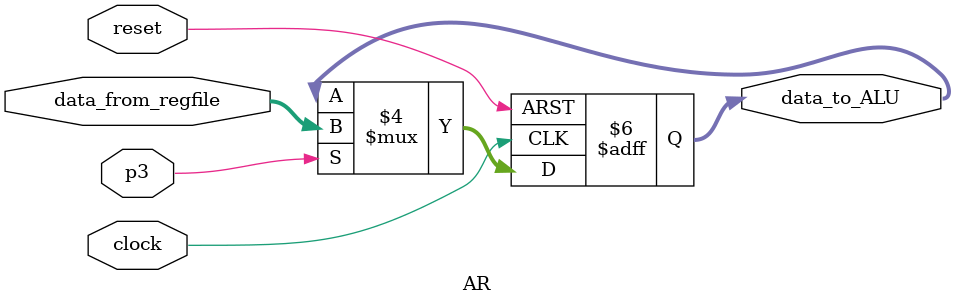
<source format=v>

module AR (
	input p3, // if (p3 == 1'b1) then update all data
	input reset, // if (reset == 1'b1) then format all data
	input clock,
	input [15:0] data_from_regfile,
	output reg [15:0] data_to_ALU);
	
	always @(posedge clock or posedge reset) begin
		if (reset == 1'b1) begin
			data_to_ALU <= 16'b0000000000000000;
		end else if (p3 == 1'b1) begin
			data_to_ALU <= data_from_regfile;
		end
	end
	
endmodule

</source>
